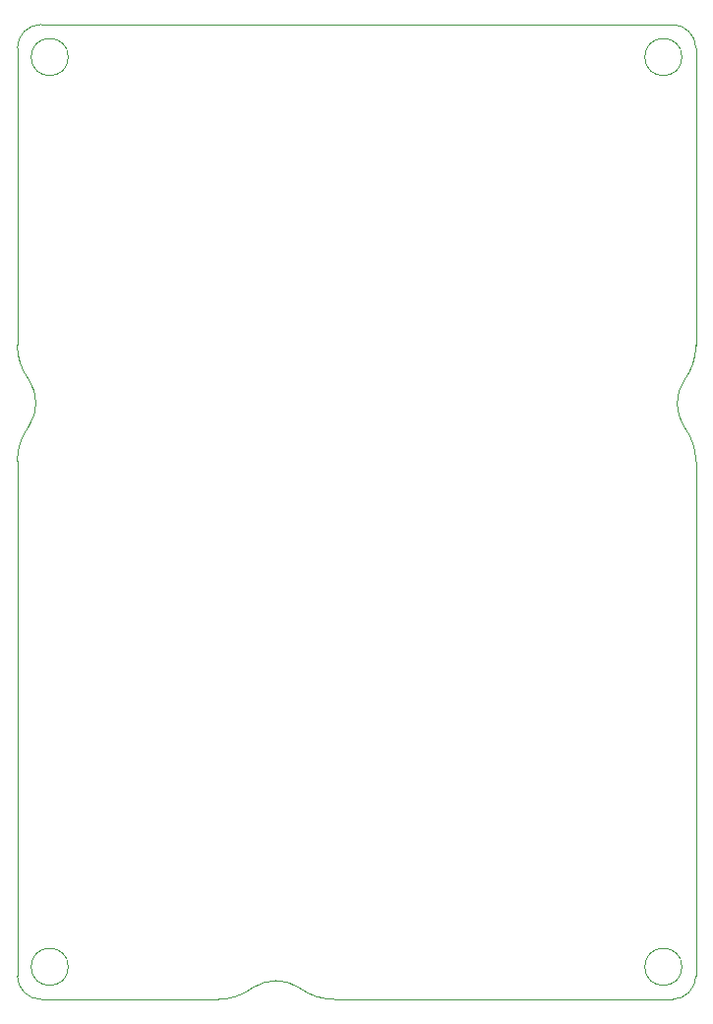
<source format=gbr>
G04 #@! TF.GenerationSoftware,KiCad,Pcbnew,8.0.6-8.0.6-0~ubuntu22.04.1*
G04 #@! TF.CreationDate,2024-11-22T14:28:03+01:00*
G04 #@! TF.ProjectId,rp2040-launchpad-PCB,72703230-3430-42d6-9c61-756e63687061,rev?*
G04 #@! TF.SameCoordinates,Original*
G04 #@! TF.FileFunction,Profile,NP*
%FSLAX46Y46*%
G04 Gerber Fmt 4.6, Leading zero omitted, Abs format (unit mm)*
G04 Created by KiCad (PCBNEW 8.0.6-8.0.6-0~ubuntu22.04.1) date 2024-11-22 14:28:03*
%MOMM*%
%LPD*%
G01*
G04 APERTURE LIST*
G04 #@! TA.AperFunction,Profile*
%ADD10C,0.050000*%
G04 #@! TD*
G04 APERTURE END LIST*
D10*
X167716000Y-148336000D02*
G75*
G02*
X164516000Y-148336000I-1600000J0D01*
G01*
X164516000Y-148336000D02*
G75*
G02*
X167716000Y-148336000I1600000J0D01*
G01*
X114884000Y-148336000D02*
G75*
G02*
X111684000Y-148336000I-1600000J0D01*
G01*
X111684000Y-148336000D02*
G75*
G02*
X114884000Y-148336000I1600000J0D01*
G01*
X110490000Y-104856630D02*
G75*
G02*
X111488479Y-101853997I5006100J2630D01*
G01*
X111488482Y-97854002D02*
G75*
G02*
X111488481Y-101853999I-2999982J-1999998D01*
G01*
X111490000Y-97854002D02*
G75*
G02*
X110489999Y-94854002I4000000J3000002D01*
G01*
X112522000Y-151130000D02*
X125730000Y-151130000D01*
X110490000Y-69342000D02*
X110490000Y-94854002D01*
X112522000Y-67310000D02*
X118110000Y-67310000D01*
X118110000Y-67310000D02*
X166878000Y-67310000D01*
X137764628Y-151128482D02*
G75*
G02*
X134761998Y-150130000I-2628J5006082D01*
G01*
X130762000Y-150130000D02*
G75*
G02*
X134761998Y-150130000I1999999J-2999998D01*
G01*
X130762000Y-150130000D02*
G75*
G02*
X127762000Y-151130000I-3000000J4000000D01*
G01*
X125730000Y-151130000D02*
X127762000Y-151130000D01*
X137764628Y-151128482D02*
X166878000Y-151130000D01*
X110490000Y-104856630D02*
X110490000Y-149098000D01*
X168910000Y-94869000D02*
X168908482Y-94899372D01*
X166878000Y-67310000D02*
G75*
G02*
X168910000Y-69342000I0J-2032000D01*
G01*
X167910000Y-101902000D02*
G75*
G02*
X167909999Y-97902001I3000000J2000000D01*
G01*
X110490000Y-69342000D02*
G75*
G02*
X112522000Y-67310000I2032000J0D01*
G01*
X112522000Y-151130000D02*
G75*
G02*
X110490000Y-149098000I0J2032000D01*
G01*
X167716000Y-70104000D02*
G75*
G02*
X164516000Y-70104000I-1600000J0D01*
G01*
X164516000Y-70104000D02*
G75*
G02*
X167716000Y-70104000I1600000J0D01*
G01*
X167910000Y-101902000D02*
G75*
G02*
X168910000Y-104902000I-4000000J-3000000D01*
G01*
X168910000Y-149098000D02*
X168910000Y-104902000D01*
X168910000Y-149098000D02*
G75*
G02*
X166878000Y-151130000I-2032000J0D01*
G01*
X114884000Y-70104000D02*
G75*
G02*
X111684000Y-70104000I-1600000J0D01*
G01*
X111684000Y-70104000D02*
G75*
G02*
X114884000Y-70104000I1600000J0D01*
G01*
X168910000Y-69342000D02*
X168910000Y-94869000D01*
X168908482Y-94899372D02*
G75*
G02*
X167910000Y-97902002I-5006082J-2628D01*
G01*
M02*

</source>
